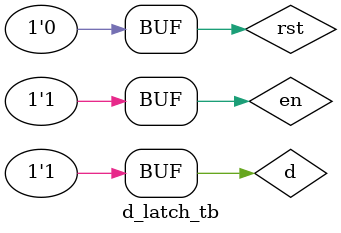
<source format=v>
module d_latch (
    input d,
    input en,
    input rst,
    output reg q,
    output reg q_bar
);
    always @(*) begin
        if(rst) begin
            q = 0;
            q_bar = 1;
        end
        else begin 
            q = en ? d : q;
            q_bar = ~q;
        end
    end
endmodule

module d_latch_tb ();
    reg d,en,rst;
    wire q,q_bar;

    d_latch dut(d,en,rst,q,q_bar);
    initial begin
        $dumpfile("out.vcd");
        $dumpvars();
        rst = 1; en=1; #10;
        rst = 0; en=0; d=0; #10;
        rst = 0; en=0; d=1; #10;
        rst = 0; en=1; d=0; #10;
        rst = 0; en=1; d=1; #10;
    end
endmodule
</source>
